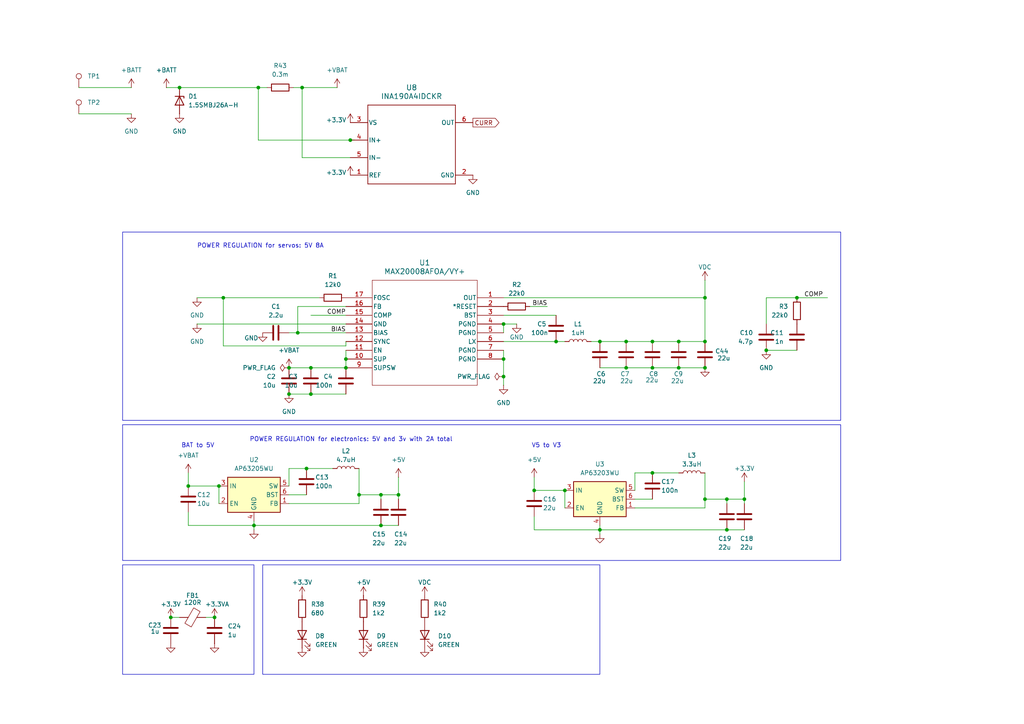
<source format=kicad_sch>
(kicad_sch (version 20231120) (generator "eeschema") (generator_version "8.0")
  (paper "A4")
  (lib_symbols
    (symbol "Connector:TestPoint" (pin_numbers hide) (pin_names (offset 0.762) hide)
      (property "Reference" "TP" (at 0 6.858 0))
      (property "Value" "TestPoint" (at 0 5.08 0))
      (symbol "TestPoint_0_1"
        (circle (center 0 3.302) (radius 0.762))
      )
      (symbol "TestPoint_1_1"
        (pin passive line (at 0 0 90) (length 2.54) (name "1") (number "1"))
      )
    )
    (symbol "Device:C" (pin_numbers hide) (pin_names (offset 0.254))
      (property "Reference" "C" (at 0.635 2.54 0))
      (property "Value" "C" (at 0.635 -2.54 0))
      (symbol "C_0_1"
        (polyline (pts (xy -2.032 -0.762) (xy 2.032 -0.762)) (stroke (width 0.508)))
        (polyline (pts (xy -2.032 0.762) (xy 2.032 0.762)) (stroke (width 0.508)))
      )
      (symbol "C_1_1"
        (pin passive line (at 0 3.81 270) (length 2.794) (name "~") (number "1"))
        (pin passive line (at 0 -3.81 90) (length 2.794) (name "~") (number "2"))
      )
    )
    (symbol "Device:D_Zener" (pin_numbers hide) (pin_names (offset 1.016) hide)
      (property "Reference" "D" (at 0 2.54 0))
      (property "Value" "D_Zener" (at 0 -2.54 0))
      (symbol "D_Zener_0_1"
        (polyline (pts (xy 1.27 0) (xy -1.27 0)))
        (polyline (pts (xy -1.27 -1.27) (xy -1.27 1.27) (xy -0.762 1.27)) (stroke (width 0.254)))
        (polyline (pts (xy 1.27 -1.27) (xy 1.27 1.27) (xy -1.27 0) (xy 1.27 -1.27)) (stroke (width 0.254)))
      )
      (symbol "D_Zener_1_1"
        (pin passive line (at -3.81 0 0) (length 2.54) (name "K") (number "1"))
        (pin passive line (at 3.81 0 180) (length 2.54) (name "A") (number "2"))
      )
    )
    (symbol "Device:FerriteBead" (pin_numbers hide) (pin_names (offset 0))
      (property "Reference" "FB" (at -3.81 0.635 90))
      (property "Value" "FerriteBead" (at 3.81 0 90))
      (symbol "FerriteBead_0_1"
        (polyline (pts (xy 0 -1.27) (xy 0 -1.2192)))
        (polyline (pts (xy 0 1.27) (xy 0 1.2954)))
        (polyline (pts (xy -2.7686 0.4064) (xy -1.7018 2.2606) (xy 2.7686 -0.3048) (xy 1.6764 -2.159) (xy -2.7686 0.4064)))
      )
      (symbol "FerriteBead_1_1"
        (pin passive line (at 0 3.81 270) (length 2.54) (name "~") (number "1"))
        (pin passive line (at 0 -3.81 90) (length 2.54) (name "~") (number "2"))
      )
    )
    (symbol "Device:L" (pin_numbers hide) (pin_names (offset 1.016) hide)
      (property "Reference" "L" (at -1.27 0 90))
      (property "Value" "L" (at 1.905 0 90))
      (symbol "L_0_1"
        (arc (start 0 -2.54) (mid 0.6323 -1.905) (end 0 -1.27))
        (arc (start 0 -1.27) (mid 0.6323 -0.635) (end 0 0))
        (arc (start 0 0) (mid 0.6323 0.635) (end 0 1.27))
        (arc (start 0 1.27) (mid 0.6323 1.905) (end 0 2.54))
      )
      (symbol "L_1_1"
        (pin passive line (at 0 3.81 270) (length 1.27) (name "1") (number "1"))
        (pin passive line (at 0 -3.81 90) (length 1.27) (name "2") (number "2"))
      )
    )
    (symbol "Device:LED" (pin_numbers hide) (pin_names (offset 1.016) hide)
      (property "Reference" "D" (at 0 2.54 0))
      (property "Value" "LED" (at 0 -2.54 0))
      (symbol "LED_0_1"
        (polyline (pts (xy -1.27 -1.27) (xy -1.27 1.27)) (stroke (width 0.254)))
        (polyline (pts (xy -1.27 0) (xy 1.27 0)))
        (polyline (pts (xy 1.27 -1.27) (xy 1.27 1.27) (xy -1.27 0) (xy 1.27 -1.27)) (stroke (width 0.254)))
        (polyline (pts (xy -3.048 -0.762) (xy -4.572 -2.286) (xy -3.81 -2.286) (xy -4.572 -2.286) (xy -4.572 -1.524)))
        (polyline (pts (xy -1.778 -0.762) (xy -3.302 -2.286) (xy -2.54 -2.286) (xy -3.302 -2.286) (xy -3.302 -1.524)))
      )
      (symbol "LED_1_1"
        (pin passive line (at -3.81 0 0) (length 2.54) (name "K") (number "1"))
        (pin passive line (at 3.81 0 180) (length 2.54) (name "A") (number "2"))
      )
    )
    (symbol "Device:R" (pin_numbers hide) (pin_names (offset 0))
      (property "Reference" "R" (at 2.032 0 90))
      (property "Value" "R" (at 0 0 90))
      (symbol "R_0_1"
        (rectangle (start -1.016 -2.54) (end 1.016 2.54) (stroke (width 0.254)))
      )
      (symbol "R_1_1"
        (pin passive line (at 0 3.81 270) (length 1.27) (name "~") (number "1"))
        (pin passive line (at 0 -3.81 90) (length 1.27) (name "~") (number "2"))
      )
    )
    (symbol "GND_1" (power) (pin_names (offset 0))
      (property "Value" "GND_1" (at 0 -3.81 0))
      (symbol "GND_1_0_1"
        (polyline (pts (xy 0 0) (xy 0 -1.27) (xy 1.27 -1.27) (xy 0 -2.54) (xy -1.27 -1.27) (xy 0 -1.27)))
      )
      (symbol "GND_1_1_1"
        (pin power_in line (at 0 0 270) (length 0) hide (name "GND") (number "1"))
      )
    )
    (symbol "GND_2" (power) (pin_numbers hide) (pin_names (offset 0) hide)
      (property "Value" "GND" (at 0 -3.81 0))
      (symbol "GND_2_0_1"
        (polyline (pts (xy 0 0) (xy 0 -1.27) (xy 1.27 -1.27) (xy 0 -2.54) (xy -1.27 -1.27) (xy 0 -1.27)))
      )
      (symbol "GND_2_1_1"
        (pin power_in line (at 0 0 270) (length 0) (name "~") (number "1"))
      )
    )
    (symbol "ProjectLibrary:INA190A4IDCKR" (pin_names (offset 0.254))
      (property "Reference" "U" (at 0 2.54 0))
      (property "Value" "INA190A4IDCKR" (at 0 0 0))
      (symbol "INA190A4IDCKR_0_1"
        (polyline (pts (xy 5.08 -17.78) (xy 30.48 -17.78)) (stroke (width 0.2032)))
        (polyline (pts (xy 5.08 5.08) (xy 5.08 -17.78)) (stroke (width 0.2032)))
        (polyline (pts (xy 30.48 -17.78) (xy 30.48 5.08)) (stroke (width 0.2032)))
        (polyline (pts (xy 30.48 5.08) (xy 5.08 5.08)) (stroke (width 0.2032)))
        (pin unspecified line (at 0 -15.24 0) (length 5.08) (name "REF") (number "1"))
        (pin power_in line (at 35.56 -15.24 180) (length 5.08) (name "GND") (number "2"))
        (pin power_in line (at 0 0 0) (length 5.08) (name "VS") (number "3"))
        (pin tri_state line (at 0 -5.08 0) (length 5.08) (name "IN+") (number "4"))
        (pin tri_state line (at 0 -10.16 0) (length 5.08) (name "IN-") (number "5"))
        (pin unspecified line (at 35.56 0 180) (length 5.08) (name "OUT") (number "6"))
      )
    )
    (symbol "ProjectLibrary:MAX20008AFOC_VY+T" (pin_names (offset 0.254))
      (property "Reference" "U" (at 22.86 10.16 0))
      (property "Value" "MAX20008AFOC/VY+T" (at 22.86 7.62 0))
      (symbol "MAX20008AFOC_VY+T_0_1"
        (polyline (pts (xy 7.62 -25.4) (xy 38.1 -25.4)) (stroke (width 0.127)))
        (polyline (pts (xy 7.62 5.08) (xy 7.62 -25.4)) (stroke (width 0.127)))
        (polyline (pts (xy 38.1 -25.4) (xy 38.1 5.08)) (stroke (width 0.127)))
        (polyline (pts (xy 38.1 5.08) (xy 7.62 5.08)) (stroke (width 0.127)))
        (pin input line (at 45.72 -17.78 180) (length 7.62) (name "SUP") (number "10"))
        (pin input line (at 45.72 -15.24 180) (length 7.62) (name "EN") (number "11"))
        (pin unspecified line (at 45.72 -12.7 180) (length 7.62) (name "SYNC") (number "12"))
        (pin output line (at 45.72 -10.16 180) (length 7.62) (name "BIAS") (number "13"))
        (pin power_in line (at 45.72 -7.62 180) (length 7.62) (name "GND") (number "14"))
        (pin output line (at 45.72 -5.08 180) (length 7.62) (name "COMP") (number "15"))
        (pin input line (at 45.72 -2.54 180) (length 7.62) (name "FB") (number "16"))
        (pin input line (at 45.72 0 180) (length 7.62) (name "FOSC") (number "17"))
        (pin output line (at 0 -2.54 0) (length 7.62) (name "*RESET") (number "2"))
        (pin unspecified line (at 0 -5.08 0) (length 7.62) (name "BST") (number "3"))
        (pin power_in line (at 0 -7.62 0) (length 7.62) (name "PGND") (number "4"))
        (pin power_in line (at 0 -10.16 0) (length 7.62) (name "PGND") (number "5"))
        (pin unspecified line (at 0 -12.7 0) (length 7.62) (name "LX") (number "6"))
        (pin power_in line (at 0 -15.24 0) (length 7.62) (name "PGND") (number "7"))
        (pin power_in line (at 0 -17.78 0) (length 7.62) (name "PGND") (number "8"))
        (pin input line (at 45.72 -20.32 180) (length 7.62) (name "SUPSW") (number "9"))
      )
      (symbol "MAX20008AFOC_VY+T_1_1"
        (pin power_out line (at 0 0 0) (length 7.62) (name "OUT") (number "1"))
      )
    )
    (symbol "Regulator_Switching:AP63205WU"
      (property "Reference" "U" (at -7.62 6.35 0))
      (property "Value" "AP63205WU" (at 2.54 6.35 0))
      (symbol "AP63205WU_0_1"
        (rectangle (start -7.62 5.08) (end 7.62 -5.08) (stroke (width 0.254)) (fill (type background)))
      )
      (symbol "AP63205WU_1_1"
        (pin input line (at 10.16 -2.54 180) (length 2.54) (name "FB") (number "1"))
        (pin input line (at -10.16 -2.54 0) (length 2.54) (name "EN") (number "2"))
        (pin power_in line (at -10.16 2.54 0) (length 2.54) (name "IN") (number "3"))
        (pin power_in line (at 0 -7.62 90) (length 2.54) (name "GND") (number "4"))
        (pin output line (at 10.16 2.54 180) (length 2.54) (name "SW") (number "5"))
        (pin passive line (at 10.16 0 180) (length 2.54) (name "BST") (number "6"))
      )
    )
    (symbol "power:+3.3V" (power) (pin_names (offset 0))
      (property "Value" "+3.3V" (at 0 3.556 0))
      (symbol "+3.3V_0_1"
        (polyline (pts (xy -0.762 1.27) (xy 0 2.54)))
        (polyline (pts (xy 0 0) (xy 0 2.54)))
        (polyline (pts (xy 0 2.54) (xy 0.762 1.27)))
      )
      (symbol "+3.3V_1_1"
        (pin power_in line (at 0 0 90) (length 0) hide (name "+3.3V") (number "1"))
      )
    )
    (symbol "power:+3.3VA" (power) (pin_numbers hide) (pin_names (offset 0) hide)
      (property "Value" "+3.3VA" (at 0 3.556 0))
      (symbol "+3.3VA_0_1"
        (polyline (pts (xy -0.762 1.27) (xy 0 2.54)))
        (polyline (pts (xy 0 0) (xy 0 2.54)))
        (polyline (pts (xy 0 2.54) (xy 0.762 1.27)))
      )
      (symbol "+3.3VA_1_1"
        (pin power_in line (at 0 0 90) (length 0) (name "~") (number "1"))
      )
    )
    (symbol "power:+5V" (power) (pin_numbers hide) (pin_names (offset 0) hide)
      (property "Value" "+5V" (at 0 3.556 0))
      (symbol "+5V_0_1"
        (polyline (pts (xy -0.762 1.27) (xy 0 2.54)))
        (polyline (pts (xy 0 0) (xy 0 2.54)))
        (polyline (pts (xy 0 2.54) (xy 0.762 1.27)))
      )
      (symbol "+5V_1_1"
        (pin power_in line (at 0 0 90) (length 0) (name "~") (number "1"))
      )
    )
    (symbol "power:+BATT" (power) (pin_numbers hide) (pin_names (offset 0) hide)
      (property "Value" "+BATT" (at 0 3.556 0))
      (symbol "+BATT_0_1"
        (polyline (pts (xy -0.762 1.27) (xy 0 2.54)))
        (polyline (pts (xy 0 0) (xy 0 2.54)))
        (polyline (pts (xy 0 2.54) (xy 0.762 1.27)))
      )
      (symbol "+BATT_1_1"
        (pin power_in line (at 0 0 90) (length 0) (name "~") (number "1"))
      )
    )
    (symbol "power:GND" (power) (pin_numbers hide) (pin_names (offset 0) hide)
      (property "Value" "GND" (at 0 -3.81 0))
      (symbol "GND_0_1"
        (polyline (pts (xy 0 0) (xy 0 -1.27) (xy 1.27 -1.27) (xy 0 -2.54) (xy -1.27 -1.27) (xy 0 -1.27)))
      )
      (symbol "GND_1_1"
        (pin power_in line (at 0 0 270) (length 0) (name "~") (number "1"))
      )
    )
    (symbol "power:PWR_FLAG" (power) (pin_numbers hide) (pin_names (offset 0) hide)
      (property "Value" "PWR_FLAG" (at 0 3.81 0))
      (symbol "PWR_FLAG_0_0"
        (pin power_out line (at 0 0 90) (length 0) (name "~") (number "1"))
      )
      (symbol "PWR_FLAG_0_1"
        (polyline (pts (xy 0 0) (xy 0 1.27) (xy -1.016 1.905) (xy 0 2.54) (xy 1.016 1.905) (xy 0 1.27)))
      )
    )
    (symbol "power:VDC" (power) (pin_numbers hide) (pin_names (offset 0) hide)
      (property "Value" "VDC" (at 0 3.556 0))
      (symbol "VDC_0_1"
        (polyline (pts (xy -0.762 1.27) (xy 0 2.54)))
        (polyline (pts (xy 0 0) (xy 0 2.54)))
        (polyline (pts (xy 0 2.54) (xy 0.762 1.27)))
      )
      (symbol "VDC_1_1"
        (pin power_in line (at 0 0 90) (length 0) (name "~") (number "1"))
      )
    )
  )
  (junction (at 222.25 101.6))
  (junction (at 100.33 104.14))
  (junction (at 189.23 106.68))
  (junction (at 173.99 99.06))
  (junction (at 87.63 25.4))
  (junction (at 146.05 109.22))
  (junction (at 63.5 140.97))
  (junction (at 110.49 152.4))
  (junction (at 64.77 86.36))
  (junction (at 181.61 99.06))
  (junction (at 90.17 114.3))
  (junction (at 204.47 106.68))
  (junction (at 215.9 144.78))
  (junction (at 115.57 143.51))
  (junction (at 181.61 106.68))
  (junction (at 204.47 144.78))
  (junction (at 100.33 106.68))
  (junction (at 146.05 93.98))
  (junction (at 154.94 142.24))
  (junction (at 88.9 135.89))
  (junction (at 54.61 140.97))
  (junction (at 83.82 114.3))
  (junction (at 210.82 144.78))
  (junction (at 90.17 106.68))
  (junction (at 52.07 25.4))
  (junction (at 204.47 99.06))
  (junction (at 83.82 106.68))
  (junction (at 210.82 153.67))
  (junction (at 173.99 153.67))
  (junction (at 161.29 99.06))
  (junction (at 189.23 99.06))
  (junction (at 101.6 40.64))
  (junction (at 62.23 179.07))
  (junction (at 110.49 143.51))
  (junction (at 163.83 142.24))
  (junction (at 104.14 143.51))
  (junction (at 49.53 179.07))
  (junction (at 231.14 86.36))
  (junction (at 204.47 86.36))
  (junction (at 146.05 104.14))
  (junction (at 196.85 99.06))
  (junction (at 74.93 25.4))
  (junction (at 73.66 152.4))
  (junction (at 196.85 106.68))
  (junction (at 86.36 96.52))
  (junction (at 189.23 137.16))
  (wire (pts (xy 87.63 45.72) (xy 87.63 25.4)))
  (wire (pts (xy 146.05 101.6) (xy 146.05 104.14)))
  (wire (pts (xy 64.77 86.36) (xy 92.71 86.36)))
  (wire (pts (xy 73.66 152.4) (xy 73.66 153.67)))
  (wire (pts (xy 100.33 96.52) (xy 86.36 96.52)))
  (wire (pts (xy 115.57 138.43) (xy 115.57 143.51)))
  (wire (pts (xy 146.05 93.98) (xy 146.05 96.52)))
  (wire (pts (xy 63.5 140.97) (xy 63.5 146.05)))
  (wire (pts (xy 100.33 88.9) (xy 86.36 88.9)))
  (wire (pts (xy 163.83 142.24) (xy 163.83 147.32)))
  (wire (pts (xy 64.77 86.36) (xy 57.15 86.36)))
  (wire (pts (xy 154.94 149.86) (xy 154.94 153.67)))
  (wire (pts (xy 161.29 99.06) (xy 146.05 99.06)))
  (wire (pts (xy 204.47 106.68) (xy 196.85 106.68)))
  (wire (pts (xy 171.45 99.06) (xy 173.99 99.06)))
  (wire (pts (xy 54.61 140.97) (xy 63.5 140.97)))
  (wire (pts (xy 100.33 104.14) (xy 100.33 106.68)))
  (wire (pts (xy 48.26 25.4) (xy 52.07 25.4)))
  (wire (pts (xy 52.07 25.4) (xy 74.93 25.4)))
  (wire (pts (xy 83.82 135.89) (xy 88.9 135.89)))
  (wire (pts (xy 154.94 153.67) (xy 173.99 153.67)))
  (wire (pts (xy 74.93 40.64) (xy 74.93 25.4)))
  (wire (pts (xy 54.61 137.16) (xy 54.61 140.97)))
  (wire (pts (xy 163.83 99.06) (xy 161.29 99.06)))
  (wire (pts (xy 204.47 147.32) (xy 204.47 144.78)))
  (wire (pts (xy 181.61 106.68) (xy 189.23 106.68)))
  (wire (pts (xy 189.23 99.06) (xy 196.85 99.06)))
  (wire (pts (xy 215.9 144.78) (xy 215.9 146.05)))
  (wire (pts (xy 158.75 88.9) (xy 153.67 88.9)))
  (wire (pts (xy 222.25 93.98) (xy 222.25 86.36)))
  (wire (pts (xy 215.9 144.78) (xy 210.82 144.78)))
  (wire (pts (xy 64.77 100.33) (xy 64.77 86.36)))
  (wire (pts (xy 22.86 33.02) (xy 38.1 33.02)))
  (wire (pts (xy 222.25 86.36) (xy 231.14 86.36)))
  (wire (pts (xy 210.82 144.78) (xy 210.82 146.05)))
  (wire (pts (xy 73.66 152.4) (xy 110.49 152.4)))
  (wire (pts (xy 100.33 100.33) (xy 100.33 99.06)))
  (wire (pts (xy 204.47 137.16) (xy 204.47 144.78)))
  (wire (pts (xy 215.9 139.7) (xy 215.9 144.78)))
  (wire (pts (xy 74.93 25.4) (xy 77.47 25.4)))
  (wire (pts (xy 240.03 86.36) (xy 231.14 86.36)))
  (wire (pts (xy 104.14 146.05) (xy 104.14 143.51)))
  (wire (pts (xy 100.33 114.3) (xy 90.17 114.3)))
  (wire (pts (xy 154.94 138.43) (xy 154.94 142.24)))
  (wire (pts (xy 231.14 101.6) (xy 222.25 101.6)))
  (wire (pts (xy 146.05 111.76) (xy 146.05 109.22)))
  (wire (pts (xy 146.05 109.22) (xy 146.05 104.14)))
  (wire (pts (xy 59.69 179.07) (xy 62.23 179.07)))
  (wire (pts (xy 184.15 137.16) (xy 189.23 137.16)))
  (wire (pts (xy 204.47 81.28) (xy 204.47 86.36)))
  (wire (pts (xy 83.82 146.05) (xy 104.14 146.05)))
  (wire (pts (xy 100.33 100.33) (xy 64.77 100.33)))
  (wire (pts (xy 173.99 106.68) (xy 181.61 106.68)))
  (wire (pts (xy 100.33 91.44) (xy 90.17 91.44)))
  (wire (pts (xy 101.6 45.72) (xy 87.63 45.72)))
  (wire (pts (xy 22.86 25.4) (xy 38.1 25.4)))
  (wire (pts (xy 173.99 153.67) (xy 173.99 152.4)))
  (wire (pts (xy 83.82 143.51) (xy 88.9 143.51)))
  (wire (pts (xy 146.05 91.44) (xy 161.29 91.44)))
  (wire (pts (xy 100.33 93.98) (xy 57.15 93.98)))
  (wire (pts (xy 115.57 143.51) (xy 115.57 144.78)))
  (wire (pts (xy 83.82 140.97) (xy 83.82 135.89)))
  (wire (pts (xy 149.86 93.98) (xy 146.05 93.98)))
  (wire (pts (xy 181.61 99.06) (xy 189.23 99.06)))
  (wire (pts (xy 88.9 135.89) (xy 96.52 135.89)))
  (wire (pts (xy 100.33 101.6) (xy 100.33 104.14)))
  (wire (pts (xy 102.87 40.64) (xy 101.6 40.64)))
  (wire (pts (xy 184.15 144.78) (xy 189.23 144.78)))
  (wire (pts (xy 110.49 152.4) (xy 115.57 152.4)))
  (wire (pts (xy 184.15 142.24) (xy 184.15 137.16)))
  (wire (pts (xy 173.99 153.67) (xy 210.82 153.67)))
  (wire (pts (xy 54.61 148.59) (xy 54.61 152.4)))
  (wire (pts (xy 85.09 25.4) (xy 87.63 25.4)))
  (wire (pts (xy 73.66 152.4) (xy 73.66 151.13)))
  (wire (pts (xy 49.53 179.07) (xy 52.07 179.07)))
  (wire (pts (xy 104.14 143.51) (xy 110.49 143.51)))
  (wire (pts (xy 204.47 86.36) (xy 146.05 86.36)))
  (wire (pts (xy 173.99 99.06) (xy 181.61 99.06)))
  (wire (pts (xy 90.17 106.68) (xy 83.82 106.68)))
  (wire (pts (xy 210.82 153.67) (xy 215.9 153.67)))
  (wire (pts (xy 110.49 143.51) (xy 115.57 143.51)))
  (wire (pts (xy 87.63 25.4) (xy 97.79 25.4)))
  (wire (pts (xy 54.61 152.4) (xy 73.66 152.4)))
  (wire (pts (xy 101.6 40.64) (xy 74.93 40.64)))
  (wire (pts (xy 204.47 99.06) (xy 196.85 99.06)))
  (wire (pts (xy 110.49 143.51) (xy 110.49 144.78)))
  (wire (pts (xy 173.99 153.67) (xy 173.99 154.94)))
  (wire (pts (xy 184.15 147.32) (xy 204.47 147.32)))
  (wire (pts (xy 90.17 114.3) (xy 83.82 114.3)))
  (wire (pts (xy 104.14 135.89) (xy 104.14 143.51)))
  (wire (pts (xy 204.47 144.78) (xy 210.82 144.78)))
  (wire (pts (xy 189.23 106.68) (xy 196.85 106.68)))
  (wire (pts (xy 100.33 106.68) (xy 90.17 106.68)))
  (wire (pts (xy 154.94 142.24) (xy 163.83 142.24)))
  (wire (pts (xy 86.36 88.9) (xy 86.36 96.52)))
  (wire (pts (xy 189.23 137.16) (xy 196.85 137.16)))
  (wire (pts (xy 86.36 96.52) (xy 83.82 96.52)))
  (wire (pts (xy 204.47 86.36) (xy 204.47 99.06)))
  (rectangle (start 35.56 123.19) (end 243.84 162.56))
  (rectangle (start 35.56 163.83) (end 73.66 195.58))
  (rectangle (start 76.2 163.83) (end 173.99 195.58))
  (rectangle (start 35.56 67.31) (end 243.84 121.92))
  (text "POWER REGULATION for electronics: 5V and 3v with 2A total" (at 72.39 128.27 0) (effects (font (size 1.27 1.27)) (justify left bottom)))
  (text "V5 to V3" (at 154.178 130.048 0) (effects (font (size 1.27 1.27)) (justify left bottom)))
  (text "POWER REGULATION for servos: 5V 8A" (at 57.15 72.136 0) (effects (font (size 1.27 1.27)) (justify left bottom)))
  (text "BAT to 5V" (at 52.578 130.048 0) (effects (font (size 1.27 1.27)) (justify left bottom)))
  (label "COMP" (at 100.33 91.44 180))
  (label "COMP" (at 238.76 86.36 180))
  (label "BIAS" (at 100.33 96.52 180))
  (label "BIAS" (at 158.75 88.9 180))
  (global_label "CURR" (shape output) (at 137.16 35.56 0) (property "Intersheetrefs" "${INTERSHEET_REFS}" (effects (hide yes))))
  (symbol (lib_id "power:VDC") (at 123.19 172.72 0) (mirror y) (unit 1)
    (property "Reference" "#PWR098" (effects (hide yes)))
    (property "Value" "VDC" (at 123.19 168.91 0))
    (property "Description" "Power symbol creates a global label with name \"VDC\"" (effects (hide yes)))
  )
  (symbol (lib_id "Device:R") (at 87.63 176.53 0) (unit 1)
    (property "Reference" "R38" (at 90.17 175.2599 0) (effects (justify left)))
    (property "Value" "680" (at 90.17 177.7999 0) (effects (justify left)))
    (property "Footprint" "Resistor_SMD:R_0402_1005Metric" (effects (hide yes)))
    (property "Description" "Resistor" (effects (hide yes)))
    (property "Manufacturer" "YAGEO" (effects (hide yes)))
    (property "Part Number" "RC0402FR-13680RL" (effects (hide yes)))
  )
  (symbol (lib_id "Device:C") (at 173.99 102.87 0) (mirror y) (unit 1)
    (property "Reference" "C6" (at 172.974 108.458 0) (effects (justify right)))
    (property "Value" "22u" (at 171.958 110.49 0) (effects (justify right)))
    (property "Footprint" "Capacitor_SMD:C_0805_2012Metric" (effects (hide yes)))
    (property "Description" "Unpolarized capacitor" (effects (hide yes)))
    (property "Manufacturer" "Samsung" (effects (hide yes)))
    (property "Part Number" "CL21A226MAYNNNE" (effects (hide yes)))
    (property "Voltage" "25" (effects (hide yes)))
  )
  (symbol (lib_id "power:+3.3V") (at 101.6 35.56 0) (unit 1)
    (property "Reference" "#PWR0101" (effects (hide yes)))
    (property "Value" "+3.3V" (at 97.536 34.798 0))
  )
  (symbol (lib_id "Device:LED") (at 105.41 184.15 90) (unit 1)
    (property "Reference" "D9" (at 109.22 184.4674 90) (effects (justify right)))
    (property "Value" "GREEN" (at 109.22 187.0074 90) (effects (justify right)))
    (property "Footprint" "LED_SMD:LED_0603_1608Metric" (effects (hide yes)))
    (property "Description" "Light emitting diode" (effects (hide yes)))
    (property "Manufacturer" "Lite-On" (effects (hide yes)))
    (property "Part Number" "LTST-C191GKT" (effects (hide yes)))
    (property "Voltage" "2" (effects (hide yes)))
  )
  (symbol (lib_id "Device:C") (at 83.82 110.49 0) (mirror y) (unit 1)
    (property "Reference" "C2" (at 80.01 109.2199 0) (effects (justify left)))
    (property "Value" "10u" (at 80.01 111.7599 0) (effects (justify left)))
    (property "Footprint" "Capacitor_SMD:C_0805_2012Metric" (effects (hide yes)))
    (property "Description" "Unpolarized capacitor" (effects (hide yes)))
    (property "Manufacturer" "Murata" (effects (hide yes)))
    (property "Part Number" "GRM21BR61H106KE43L" (effects (hide yes)))
    (property "Voltage" "50" (effects (hide yes)))
  )
  (symbol (lib_id "Device:C") (at 189.23 102.87 0) (mirror y) (unit 1)
    (property "Reference" "C8" (at 188.214 108.458 0) (effects (justify right)))
    (property "Value" "22u" (at 187.198 110.236 0) (effects (justify right)))
    (property "Footprint" "Capacitor_SMD:C_0805_2012Metric" (effects (hide yes)))
    (property "Description" "Unpolarized capacitor" (effects (hide yes)))
    (property "Manufacturer" "Samsung" (effects (hide yes)))
    (property "Part Number" "CL21A226MAYNNNE" (effects (hide yes)))
    (property "Voltage" "25" (effects (hide yes)))
  )
  (symbol (lib_id "Device:C") (at 80.01 96.52 270) (mirror x) (unit 1)
    (property "Reference" "C1" (at 80.01 88.9 90))
    (property "Value" "2.2u" (at 80.01 91.44 90))
    (property "Footprint" "Capacitor_SMD:C_0402_1005Metric" (effects (hide yes)))
    (property "Description" "Unpolarized capacitor" (effects (hide yes)))
    (property "Manufacturer" "YAGEO" (effects (hide yes)))
    (property "Part Number" "CC0402KRX5R7BB225 " (effects (hide yes)))
    (property "Voltage" "16" (effects (hide yes)))
  )
  (symbol (lib_id "power:GND") (at 57.15 93.98 0) (mirror y) (unit 1)
    (property "Reference" "#PWR02" (effects (hide yes)))
    (property "Value" "GND" (at 57.15 99.06 0))
    (property "Description" "Power symbol creates a global label with name \"GND\" , ground" (effects (hide yes)))
  )
  (symbol (lib_id "Device:C") (at 54.61 144.78 0) (unit 1)
    (property "Reference" "C12" (at 57.15 143.51 0) (effects (justify left)))
    (property "Value" "10u" (at 57.15 146.05 0) (effects (justify left)))
    (property "Footprint" "Capacitor_SMD:C_0805_2012Metric" (effects (hide yes)))
    (property "Part Number" "GRM21BR61H106KE43L" (effects (hide yes)))
    (property "Voltage" "50" (effects (hide yes)))
    (property "MANUFACTURER" "Murata" (effects (hide yes)))
    (property "Manufacturer" "Murata" (effects (hide yes)))
  )
  (symbol (lib_id "power:PWR_FLAG") (at 146.05 109.22 90) (mirror x) (unit 1)
    (property "Reference" "#FLG02" (effects (hide yes)))
    (property "Value" "PWR_FLAG" (at 142.24 109.2199 90) (effects (justify left)))
    (property "Description" "Special symbol for telling ERC where power comes from" (effects (hide yes)))
  )
  (symbol (lib_id "Device:R") (at 105.41 176.53 0) (unit 1)
    (property "Reference" "R39" (at 107.95 175.2599 0) (effects (justify left)))
    (property "Value" "1k2" (at 107.95 177.7999 0) (effects (justify left)))
    (property "Footprint" "Resistor_SMD:R_0402_1005Metric" (effects (hide yes)))
    (property "Description" "Resistor" (effects (hide yes)))
    (property "Manufacturer" "YAGEO" (effects (hide yes)))
    (property "Part Number" "RC0402FR-131K2L " (effects (hide yes)))
  )
  (symbol (lib_id "Device:C") (at 110.49 148.59 0) (unit 1)
    (property "Reference" "C14" (at 114.3 154.94 0) (effects (justify left)))
    (property "Value" "22u" (at 114.3 157.48 0) (effects (justify left)))
    (property "Footprint" "Capacitor_SMD:C_0805_2012Metric" (effects (hide yes)))
    (property "Part Number" "CL21A226MAYNNNE" (effects (hide yes)))
    (property "Voltage" "25" (effects (hide yes)))
    (property "MANUFACTURER" "YAGEO" (effects (hide yes)))
    (property "Manufacturer" "Samsung" (effects (hide yes)))
  )
  (symbol (lib_id "Device:FerriteBead") (at 55.88 179.07 90) (unit 1)
    (property "Reference" "FB1" (at 55.88 172.72 90))
    (property "Value" "120R" (at 55.88 174.752 90))
    (property "Footprint" "Inductor_SMD:L_0603_1608Metric" (effects (hide yes)))
    (property "Amps" "2" (effects (hide yes)))
    (property "Part Number" "MI0603M121R-10" (effects (hide yes)))
    (property "Manufacturer" "Laird" (effects (hide yes)))
  )
  (symbol (lib_name "GND_2") (lib_id "power:GND") (at 123.19 187.96 0) (unit 1)
    (property "Reference" "#PWR097" (effects (hide yes)))
    (property "Value" "GND" (effects (hide yes)))
    (property "Description" "Power symbol creates a global label with name \"GND\" , ground" (effects (hide yes)))
  )
  (symbol (lib_id "power:+3.3V") (at 101.6 50.8 0) (unit 1)
    (property "Reference" "#PWR0102" (effects (hide yes)))
    (property "Value" "+3.3V" (at 97.536 50.038 0))
  )
  (symbol (lib_id "power:+BATT") (at 83.82 106.68 0) (mirror y) (unit 1)
    (property "Reference" "#PWR08" (effects (hide yes)))
    (property "Value" "+VBAT" (at 83.82 101.6 0))
    (property "Description" "Power symbol creates a global label with name \"+BATT\"" (effects (hide yes)))
  )
  (symbol (lib_id "Device:C") (at 100.33 110.49 0) (mirror y) (unit 1)
    (property "Reference" "C4" (at 96.52 109.2199 0) (effects (justify left)))
    (property "Value" "100n" (at 96.52 111.7599 0) (effects (justify left)))
    (property "Footprint" "Capacitor_SMD:C_0402_1005Metric" (effects (hide yes)))
    (property "Description" "Unpolarized capacitor" (effects (hide yes)))
    (property "Manufacturer" "YAGEO" (effects (hide yes)))
    (property "Part Number" "CC0402KRX5R7BB104" (effects (hide yes)))
    (property "Voltage" "16" (effects (hide yes)))
  )
  (symbol (lib_id "Device:C") (at 49.53 182.88 0) (unit 1)
    (property "Reference" "C23" (at 42.926 181.356 0) (effects (justify left)))
    (property "Value" "1u" (at 43.688 183.134 0) (effects (justify left)))
    (property "Footprint" "Capacitor_SMD:C_0603_1608Metric" (effects (hide yes)))
    (property "Part Number" "CC0603KRX5R9BB105" (effects (hide yes)))
    (property "Voltage" "50" (effects (hide yes)))
    (property "Tolerance" "10%" (effects (hide yes)))
    (property "Manufacturer" "YAGEO" (effects (hide yes)))
  )
  (symbol (lib_id "Device:C") (at 204.47 102.87 0) (mirror y) (unit 1)
    (property "Reference" "C44" (at 211.328 101.854 0) (effects (justify left)))
    (property "Value" "22u" (at 211.836 103.886 0) (effects (justify left)))
    (property "Footprint" "Capacitor_SMD:C_0805_2012Metric" (effects (hide yes)))
    (property "Description" "Unpolarized capacitor" (effects (hide yes)))
    (property "Manufacturer" "Samsung" (effects (hide yes)))
    (property "Part Number" "CL21A226MAYNNNE" (effects (hide yes)))
    (property "Voltage" "25" (effects (hide yes)))
  )
  (symbol (lib_name "GND_1") (lib_id "power:GND") (at 73.66 153.67 0) (unit 1)
    (property "Reference" "#PWR033" (effects (hide yes)))
    (property "Value" "GND" (effects (hide yes)))
  )
  (symbol (lib_id "Device:L") (at 167.64 99.06 270) (mirror x) (unit 1)
    (property "Reference" "L1" (at 167.64 93.98 90))
    (property "Value" "1uH" (at 167.64 96.52 90))
    (property "Footprint" "ProjectLibrary:SRP6540-1R0M" (effects (hide yes)))
    (property "Description" "Inductor" (effects (hide yes)))
    (property "Manufacturer" "Bourns" (effects (hide yes)))
    (property "Part Number" "SRP6540-1R0M " (effects (hide yes)))
  )
  (symbol (lib_id "Device:C") (at 62.23 182.88 0) (unit 1)
    (property "Reference" "C24" (at 66.04 181.61 0) (effects (justify left)))
    (property "Value" "1u" (at 66.04 184.15 0) (effects (justify left)))
    (property "Footprint" "Capacitor_SMD:C_0603_1608Metric" (effects (hide yes)))
    (property "Part Number" "CC0603KRX5R9BB105" (effects (hide yes)))
    (property "Voltage" "50" (effects (hide yes)))
    (property "Tolerance" "10%" (effects (hide yes)))
    (property "Manufacturer" "YAGEO" (effects (hide yes)))
  )
  (symbol (lib_id "power:GND") (at 222.25 101.6 0) (mirror y) (unit 1)
    (property "Reference" "#PWR027" (effects (hide yes)))
    (property "Value" "GND" (at 222.25 106.68 0))
    (property "Description" "Power symbol creates a global label with name \"GND\" , ground" (effects (hide yes)))
  )
  (symbol (lib_id "Device:C") (at 210.82 149.86 0) (unit 1)
    (property "Reference" "C18" (at 214.63 156.21 0) (effects (justify left)))
    (property "Value" "22u" (at 214.63 158.75 0) (effects (justify left)))
    (property "Footprint" "Capacitor_SMD:C_0805_2012Metric" (effects (hide yes)))
    (property "Part Number" "CL21A226MAYNNNE" (effects (hide yes)))
    (property "Voltage" "25" (effects (hide yes)))
    (property "MANUFACTURER" "YAGEO" (effects (hide yes)))
    (property "Manufacturer" "Samsung" (effects (hide yes)))
  )
  (symbol (lib_id "power:GND") (at 52.07 33.02 0) (mirror y) (unit 1)
    (property "Reference" "#PWR07" (effects (hide yes)))
    (property "Value" "GND" (at 52.07 38.1 0))
    (property "Description" "Power symbol creates a global label with name \"GND\" , ground" (effects (hide yes)))
  )
  (symbol (lib_id "Device:D_Zener") (at 52.07 29.21 270) (unit 1)
    (property "Reference" "D1" (at 54.61 27.9399 90) (effects (justify left)))
    (property "Value" "1.5SMBJ26A-H " (at 54.61 30.4799 90) (effects (justify left)))
    (property "Footprint" "Diode_SMD:D_SMB" (effects (hide yes)))
    (property "Description" "Zener diode" (effects (hide yes)))
    (property "Manufacturer" "Bournes" (effects (hide yes)))
    (property "Part Number" "1.5SMBJ26A-H " (effects (hide yes)))
    (property "Voltage" "42" (effects (hide yes)))
    (property "Amps" "35" (effects (hide yes)))
  )
  (symbol (lib_id "power:+5V") (at 105.41 172.72 0) (unit 1)
    (property "Reference" "#PWR094" (effects (hide yes)))
    (property "Value" "+5V" (at 105.41 168.91 0))
    (property "Description" "Power symbol creates a global label with name \"+5V\"" (effects (hide yes)))
  )
  (symbol (lib_id "power:+3.3V") (at 215.9 139.7 0) (unit 1)
    (property "Reference" "#PWR041" (effects (hide yes)))
    (property "Value" "+3.3V" (at 215.9 135.89 0))
  )
  (symbol (lib_id "Device:L") (at 200.66 137.16 90) (unit 1)
    (property "Reference" "L3" (at 200.66 132.08 90))
    (property "Value" "3.3uH" (at 200.66 134.62 90))
    (property "Footprint" "Inductor_SMD:L_1210_3225Metric" (effects (hide yes)))
    (property "Part Number" "DFE322512F-3R3M=P2" (effects (hide yes)))
    (property "Current" "2" (effects (hide yes)))
    (property "MANUFACTURER" "Murata" (effects (hide yes)))
    (property "Manufacturer" "Murata" (effects (hide yes)))
  )
  (symbol (lib_id "power:+3.3VA") (at 62.23 179.07 0) (unit 1)
    (property "Reference" "#PWR039" (effects (hide yes)))
    (property "Value" "+3.3VA" (at 62.992 175.26 0))
    (property "Description" "Power symbol creates a global label with name \"+3.3VA\"" (effects (hide yes)))
  )
  (symbol (lib_id "Device:C") (at 215.9 149.86 0) (unit 1)
    (property "Reference" "C19" (at 208.28 156.21 0) (effects (justify left)))
    (property "Value" "22u" (at 208.28 158.75 0) (effects (justify left)))
    (property "Footprint" "Capacitor_SMD:C_0805_2012Metric" (effects (hide yes)))
    (property "Part Number" "CL21A226MAYNNNE" (effects (hide yes)))
    (property "Voltage" "25" (effects (hide yes)))
    (property "MANUFACTURER" "YAGEO" (effects (hide yes)))
    (property "Manufacturer" "Samsung" (effects (hide yes)))
  )
  (symbol (lib_id "Device:C") (at 115.57 148.59 0) (unit 1)
    (property "Reference" "C15" (at 107.95 154.94 0) (effects (justify left)))
    (property "Value" "22u" (at 107.95 157.48 0) (effects (justify left)))
    (property "Footprint" "Capacitor_SMD:C_0805_2012Metric" (effects (hide yes)))
    (property "Part Number" "CL21A226MAYNNNE" (effects (hide yes)))
    (property "Voltage" "25" (effects (hide yes)))
    (property "MANUFACTURER" "YAGEO" (effects (hide yes)))
    (property "Manufacturer" "Samsung" (effects (hide yes)))
  )
  (symbol (lib_id "Regulator_Switching:AP63205WU") (at 173.99 144.78 0) (unit 1)
    (property "Reference" "U3" (at 173.99 134.62 0))
    (property "Value" "AP63203WU" (at 173.99 137.16 0))
    (property "Footprint" "Package_TO_SOT_SMD:TSOT-23-6" (effects (hide yes)))
    (property "Datasheet" "https://www.diodes.com/assets/Datasheets/AP63200-AP63201-AP63203-AP63205.pdf" (effects (hide yes)))
    (property "Part Number" "AP63203WU-7" (effects (hide yes)))
    (property "Voltage" "5" (effects (hide yes)))
    (property "Current" "2" (effects (hide yes)))
    (property "MANUFACTURER" "Diodes" (effects (hide yes)))
    (property "Manufacturer" "Diodes" (effects (hide yes)))
  )
  (symbol (lib_id "Device:R") (at 81.28 25.4 90) (unit 1)
    (property "Reference" "R43" (at 81.28 19.05 90))
    (property "Value" "0.3m" (at 81.28 21.59 90))
    (property "Footprint" "Resistor_SMD:R_1206_3216Metric" (effects (hide yes)))
    (property "Description" "Resistor" (effects (hide yes)))
    (property "Manufacturer" "Stackpole" (effects (hide yes)))
    (property "Part Number" "HCS1206FTL300" (effects (hide yes)))
  )
  (symbol (lib_id "Device:R") (at 96.52 86.36 270) (mirror x) (unit 1)
    (property "Reference" "R1" (at 96.52 80.01 90))
    (property "Value" "12k0" (at 96.52 82.55 90))
    (property "Footprint" "Resistor_SMD:R_0402_1005Metric" (effects (hide yes)))
    (property "Description" "Resistor" (effects (hide yes)))
    (property "Manufacturer" "YAGEO" (effects (hide yes)))
    (property "Part Number" "RC0402FR-0712KL" (effects (hide yes)))
  )
  (symbol (lib_id "Connector:TestPoint") (at 22.86 25.4 0) (unit 1) (in_bom no)
    (property "Reference" "TP1" (at 25.4 22.0979 0) (effects (justify left)))
    (property "Value" "TestPoint" (effects (hide yes)))
    (property "Footprint" "ProjectLibrary:TestPoint_THTPad_6.0x6.0mm_Drill1.0mm" (effects (hide yes)))
    (property "Description" "test point" (effects (hide yes)))
  )
  (symbol (lib_id "power:GND") (at 38.1 33.02 0) (mirror y) (unit 1)
    (property "Reference" "#PWR04" (effects (hide yes)))
    (property "Value" "GND" (at 38.1 38.1 0))
    (property "Description" "Power symbol creates a global label with name \"GND\" , ground" (effects (hide yes)))
  )
  (symbol (lib_id "Device:L") (at 100.33 135.89 90) (unit 1)
    (property "Reference" "L2" (at 100.33 130.81 90))
    (property "Value" "4.7uH" (at 100.33 133.35 90))
    (property "Footprint" "Inductor_SMD:L_1210_3225Metric" (effects (hide yes)))
    (property "Part Number" "DFE322520FD-4R7M=P2" (effects (hide yes)))
    (property "Current" "2" (effects (hide yes)))
    (property "MANUFACTURER" "Murata" (effects (hide yes)))
    (property "Manufacturer" "Murata" (effects (hide yes)))
  )
  (symbol (lib_id "Device:LED") (at 87.63 184.15 90) (unit 1)
    (property "Reference" "D8" (at 91.44 184.4674 90) (effects (justify right)))
    (property "Value" "GREEN" (at 91.44 187.0074 90) (effects (justify right)))
    (property "Footprint" "LED_SMD:LED_0603_1608Metric" (effects (hide yes)))
    (property "Description" "Light emitting diode" (effects (hide yes)))
    (property "Manufacturer" "Lite-On" (effects (hide yes)))
    (property "Part Number" "LTST-C191GKT" (effects (hide yes)))
    (property "Voltage" "2" (effects (hide yes)))
  )
  (symbol (lib_id "Device:C") (at 88.9 139.7 0) (unit 1)
    (property "Reference" "C13" (at 91.44 138.43 0) (effects (justify left)))
    (property "Value" "100n" (at 91.44 140.97 0) (effects (justify left)))
    (property "Footprint" "Capacitor_SMD:C_0402_1005Metric" (effects (hide yes)))
    (property "Part Number" "CC0402KRX5R7BB104" (effects (hide yes)))
    (property "Voltage" "16" (effects (hide yes)))
    (property "MANUFACTURER" "Murata" (effects (hide yes)))
    (property "Manufacturer" "YAGEO" (effects (hide yes)))
  )
  (symbol (lib_id "Device:C") (at 196.85 102.87 0) (mirror y) (unit 1)
    (property "Reference" "C9" (at 198.12 108.458 0) (effects (justify left)))
    (property "Value" "22u" (at 198.374 110.49 0) (effects (justify left)))
    (property "Footprint" "Capacitor_SMD:C_0805_2012Metric" (effects (hide yes)))
    (property "Description" "Unpolarized capacitor" (effects (hide yes)))
    (property "Manufacturer" "Samsung" (effects (hide yes)))
    (property "Part Number" "CL21A226MAYNNNE" (effects (hide yes)))
    (property "Voltage" "25" (effects (hide yes)))
  )
  (symbol (lib_name "GND_2") (lib_id "power:GND") (at 105.41 187.96 0) (unit 1)
    (property "Reference" "#PWR095" (effects (hide yes)))
    (property "Value" "GND" (effects (hide yes)))
    (property "Description" "Power symbol creates a global label with name \"GND\" , ground" (effects (hide yes)))
  )
  (symbol (lib_id "power:+5V") (at 154.94 138.43 0) (unit 1)
    (property "Reference" "#PWR035" (effects (hide yes)))
    (property "Value" "+5V" (at 154.94 133.35 0))
    (property "Description" "Power symbol creates a global label with name \"+5V\"" (effects (hide yes)))
  )
  (symbol (lib_name "GND_1") (lib_id "power:GND") (at 173.99 154.94 0) (unit 1)
    (property "Reference" "#PWR040" (effects (hide yes)))
    (property "Value" "GND" (effects (hide yes)))
  )
  (symbol (lib_id "power:+BATT") (at 48.26 25.4 0) (mirror y) (unit 1)
    (property "Reference" "#PWR06" (effects (hide yes)))
    (property "Value" "+BATT" (at 48.26 20.32 0))
    (property "Description" "Power symbol creates a global label with name \"+BATT\"" (effects (hide yes)))
  )
  (symbol (lib_id "Device:R") (at 149.86 88.9 270) (mirror x) (unit 1)
    (property "Reference" "R2" (at 149.86 82.55 90))
    (property "Value" "22k0" (at 149.86 85.09 90))
    (property "Footprint" "Resistor_SMD:R_0402_1005Metric" (effects (hide yes)))
    (property "Description" "Resistor" (effects (hide yes)))
    (property "Manufacturer" "YAGEO" (effects (hide yes)))
    (property "Part Number" "RC0402FR-0722KL" (effects (hide yes)))
  )
  (symbol (lib_id "power:+3.3V") (at 87.63 172.72 0) (unit 1)
    (property "Reference" "#PWR092" (effects (hide yes)))
    (property "Value" "+3.3V" (at 87.63 168.91 0))
  )
  (symbol (lib_id "Device:C") (at 90.17 110.49 0) (mirror y) (unit 1)
    (property "Reference" "C3" (at 86.36 109.2199 0) (effects (justify left)))
    (property "Value" "10u" (at 86.36 111.7599 0) (effects (justify left)))
    (property "Footprint" "Capacitor_SMD:C_0805_2012Metric" (effects (hide yes)))
    (property "Description" "Unpolarized capacitor" (effects (hide yes)))
    (property "Manufacturer" "Murata" (effects (hide yes)))
    (property "Part Number" "GRM21BR61H106KE43L" (effects (hide yes)))
    (property "Voltage" "50" (effects (hide yes)))
  )
  (symbol (lib_id "Regulator_Switching:AP63205WU") (at 73.66 143.51 0) (unit 1)
    (property "Reference" "U2" (at 73.66 133.35 0))
    (property "Value" "AP63205WU" (at 73.66 135.89 0))
    (property "Footprint" "Package_TO_SOT_SMD:TSOT-23-6" (effects (hide yes)))
    (property "Datasheet" "https://www.diodes.com/assets/Datasheets/AP63200-AP63201-AP63203-AP63205.pdf" (effects (hide yes)))
    (property "Part Number" "AP63205WU-7" (effects (hide yes)))
    (property "Voltage" "3" (effects (hide yes)))
    (property "Current" "2" (effects (hide yes)))
    (property "MANUFACTURER" "Diodes" (effects (hide yes)))
    (property "Manufacturer" "Diodes" (effects (hide yes)))
  )
  (symbol (lib_id "Device:R") (at 123.19 176.53 0) (unit 1)
    (property "Reference" "R40" (at 125.73 175.2599 0) (effects (justify left)))
    (property "Value" "1k2" (at 125.73 177.7999 0) (effects (justify left)))
    (property "Footprint" "Resistor_SMD:R_0402_1005Metric" (effects (hide yes)))
    (property "Description" "Resistor" (effects (hide yes)))
    (property "Manufacturer" "YAGEO" (effects (hide yes)))
    (property "Part Number" "RC0402FR-131K2L " (effects (hide yes)))
  )
  (symbol (lib_id "power:GND") (at 137.16 50.8 0) (mirror y) (unit 1)
    (property "Reference" "#PWR0100" (effects (hide yes)))
    (property "Value" "GND" (at 137.16 55.88 0))
    (property "Description" "Power symbol creates a global label with name \"GND\" , ground" (effects (hide yes)))
  )
  (symbol (lib_id "Device:LED") (at 123.19 184.15 90) (unit 1)
    (property "Reference" "D10" (at 127 184.4674 90) (effects (justify right)))
    (property "Value" "GREEN" (at 127 187.0074 90) (effects (justify right)))
    (property "Footprint" "LED_SMD:LED_0603_1608Metric" (effects (hide yes)))
    (property "Description" "Light emitting diode" (effects (hide yes)))
    (property "Manufacturer" "Lite-On" (effects (hide yes)))
    (property "Part Number" "LTST-C191GKT" (effects (hide yes)))
    (property "Voltage" "2" (effects (hide yes)))
  )
  (symbol (lib_id "Device:C") (at 222.25 97.79 0) (mirror y) (unit 1)
    (property "Reference" "C10" (at 218.44 96.5199 0) (effects (justify left)))
    (property "Value" "4.7p" (at 218.44 99.0599 0) (effects (justify left)))
    (property "Footprint" "Capacitor_SMD:C_0402_1005Metric" (effects (hide yes)))
    (property "Description" "Unpolarized capacitor" (effects (hide yes)))
    (property "Manufacturer" "Murata" (effects (hide yes)))
    (property "Part Number" "GRM1555C1H4R7CA01D" (effects (hide yes)))
    (property "Voltage" "50" (effects (hide yes)))
  )
  (symbol (lib_id "power:GND") (at 83.82 114.3 0) (mirror y) (unit 1)
    (property "Reference" "#PWR09" (effects (hide yes)))
    (property "Value" "GND" (at 83.82 119.38 0))
    (property "Description" "Power symbol creates a global label with name \"GND\" , ground" (effects (hide yes)))
  )
  (symbol (lib_id "power:GND") (at 57.15 86.36 0) (mirror y) (unit 1)
    (property "Reference" "#PWR01" (effects (hide yes)))
    (property "Value" "GND" (at 57.15 91.44 0))
    (property "Description" "Power symbol creates a global label with name \"GND\" , ground" (effects (hide yes)))
  )
  (symbol (lib_id "Device:C") (at 189.23 140.97 0) (unit 1)
    (property "Reference" "C17" (at 191.77 139.7 0) (effects (justify left)))
    (property "Value" "100n" (at 191.77 142.24 0) (effects (justify left)))
    (property "Footprint" "Capacitor_SMD:C_0402_1005Metric" (effects (hide yes)))
    (property "Part Number" "CC0402KRX5R7BB104" (effects (hide yes)))
    (property "Voltage" "16" (effects (hide yes)))
    (property "MANUFACTURER" "Murata" (effects (hide yes)))
    (property "Manufacturer" "YAGEO" (effects (hide yes)))
  )
  (symbol (lib_id "power:GND") (at 146.05 111.76 0) (mirror y) (unit 1)
    (property "Reference" "#PWR023" (effects (hide yes)))
    (property "Value" "GND" (at 146.05 116.84 0))
    (property "Description" "Power symbol creates a global label with name \"GND\" , ground" (effects (hide yes)))
  )
  (symbol (lib_id "power:GND") (at 204.47 106.68 0) (mirror y) (unit 1)
    (property "Reference" "#PWR026" (effects (hide yes)))
    (property "Value" "GND" (effects (hide yes)))
    (property "Description" "Power symbol creates a global label with name \"GND\" , ground" (effects (hide yes)))
  )
  (symbol (lib_id "Device:R") (at 231.14 90.17 0) (mirror y) (unit 1)
    (property "Reference" "R3" (at 228.6 88.8999 0) (effects (justify left)))
    (property "Value" "22k0" (at 228.6 91.4399 0) (effects (justify left)))
    (property "Footprint" "Resistor_SMD:R_0402_1005Metric" (effects (hide yes)))
    (property "Description" "Resistor" (effects (hide yes)))
    (property "Manufacturer" "YAGEO" (effects (hide yes)))
    (property "Part Number" "RC0402FR-0722KL" (effects (hide yes)))
  )
  (symbol (lib_id "ProjectLibrary:INA190A4IDCKR") (at 101.6 35.56 0) (unit 1)
    (property "Reference" "U8" (at 119.38 25.4 0) (effects (font (size 1.524 1.524))))
    (property "Value" "INA190A4IDCKR" (at 119.38 27.94 0) (effects (font (size 1.524 1.524))))
    (property "Footprint" "ProjectLibrary:DCK0006A-MFG" (effects (hide yes)))
    (property "Datasheet" "INA190A4IDCKR" (effects (hide yes)))
    (property "Manufacturer" "TI" (effects (hide yes)))
    (property "Part Number" "INA190A4IDCKR" (effects (hide yes)))
  )
  (symbol (lib_id "power:VDC") (at 204.47 81.28 0) (mirror y) (unit 1)
    (property "Reference" "#PWR025" (effects (hide yes)))
    (property "Value" "VDC" (at 204.47 77.47 0))
    (property "Description" "Power symbol creates a global label with name \"VDC\"" (effects (hide yes)))
  )
  (symbol (lib_id "Device:C") (at 161.29 95.25 0) (mirror y) (unit 1)
    (property "Reference" "C5" (at 158.496 93.98 0) (effects (justify left)))
    (property "Value" "100n" (at 159.004 96.52 0) (effects (justify left)))
    (property "Footprint" "Capacitor_SMD:C_0402_1005Metric" (effects (hide yes)))
    (property "Description" "Unpolarized capacitor" (effects (hide yes)))
    (property "Manufacturer" "YAGEO" (effects (hide yes)))
    (property "Part Number" "CC0402KRX5R7BB104" (effects (hide yes)))
    (property "Voltage" "16" (effects (hide yes)))
  )
  (symbol (lib_name "GND_2") (lib_id "power:GND") (at 49.53 186.69 0) (unit 1)
    (property "Reference" "#PWR038" (effects (hide yes)))
    (property "Value" "GND" (effects (hide yes)))
    (property "Description" "Power symbol creates a global label with name \"GND\" , ground" (effects (hide yes)))
  )
  (symbol (lib_id "power:+BATT") (at 97.79 25.4 0) (mirror y) (unit 1)
    (property "Reference" "#PWR010" (effects (hide yes)))
    (property "Value" "+VBAT" (at 97.79 20.32 0))
    (property "Description" "Power symbol creates a global label with name \"+BATT\"" (effects (hide yes)))
  )
  (symbol (lib_id "power:GND") (at 149.86 93.98 0) (mirror y) (unit 1)
    (property "Reference" "#PWR024" (effects (hide yes)))
    (property "Value" "GND" (at 149.86 97.79 0))
    (property "Description" "Power symbol creates a global label with name \"GND\" , ground" (effects (hide yes)))
  )
  (symbol (lib_id "Device:C") (at 154.94 146.05 0) (unit 1)
    (property "Reference" "C16" (at 157.48 144.78 0) (effects (justify left)))
    (property "Value" "22u" (at 157.48 147.32 0) (effects (justify left)))
    (property "Footprint" "Capacitor_SMD:C_0805_2012Metric" (effects (hide yes)))
    (property "Part Number" "CL21A226MAYNNNE" (effects (hide yes)))
    (property "Voltage" "25" (effects (hide yes)))
    (property "MANUFACTURER" "Murata" (effects (hide yes)))
    (property "Manufacturer" "Samsung" (effects (hide yes)))
  )
  (symbol (lib_id "power:+5V") (at 115.57 138.43 0) (unit 1)
    (property "Reference" "#PWR034" (effects (hide yes)))
    (property "Value" "+5V" (at 115.57 133.35 0))
    (property "Description" "Power symbol creates a global label with name \"+5V\"" (effects (hide yes)))
  )
  (symbol (lib_id "power:+3.3V") (at 49.53 179.07 0) (unit 1)
    (property "Reference" "#PWR037" (effects (hide yes)))
    (property "Value" "+3.3V" (at 49.53 175.26 0))
  )
  (symbol (lib_name "GND_2") (lib_id "power:GND") (at 87.63 187.96 0) (unit 1)
    (property "Reference" "#PWR093" (effects (hide yes)))
    (property "Value" "GND" (effects (hide yes)))
    (property "Description" "Power symbol creates a global label with name \"GND\" , ground" (effects (hide yes)))
  )
  (symbol (lib_id "Device:C") (at 181.61 102.87 0) (mirror y) (unit 1)
    (property "Reference" "C7" (at 182.626 108.458 0) (effects (justify left)))
    (property "Value" "22u" (at 183.642 110.49 0) (effects (justify left)))
    (property "Footprint" "Capacitor_SMD:C_0805_2012Metric" (effects (hide yes)))
    (property "Description" "Unpolarized capacitor" (effects (hide yes)))
    (property "Manufacturer" "Samsung" (effects (hide yes)))
    (property "Part Number" "CL21A226MAYNNNE" (effects (hide yes)))
    (property "Voltage" "25" (effects (hide yes)))
  )
  (symbol (lib_id "power:PWR_FLAG") (at 83.82 106.68 90) (mirror x) (unit 1)
    (property "Reference" "#FLG01" (effects (hide yes)))
    (property "Value" "PWR_FLAG" (at 80.01 106.6799 90) (effects (justify left)))
    (property "Description" "Special symbol for telling ERC where power comes from" (effects (hide yes)))
  )
  (symbol (lib_id "power:+BATT") (at 54.61 137.16 0) (mirror y) (unit 1)
    (property "Reference" "#PWR032" (effects (hide yes)))
    (property "Value" "+VBAT" (at 54.61 132.08 0))
    (property "Description" "Power symbol creates a global label with name \"+BATT\"" (effects (hide yes)))
  )
  (symbol (lib_id "Connector:TestPoint") (at 22.86 33.02 0) (unit 1) (in_bom no)
    (property "Reference" "TP2" (at 25.4 29.7179 0) (effects (justify left)))
    (property "Value" "TestPoint" (effects (hide yes)))
    (property "Footprint" "ProjectLibrary:TestPoint_THTPad_6.0x6.0mm_Drill1.0mm" (effects (hide yes)))
    (property "Description" "test point" (effects (hide yes)))
  )
  (symbol (lib_name "GND_2") (lib_id "power:GND") (at 62.23 186.69 0) (unit 1)
    (property "Reference" "#PWR045" (effects (hide yes)))
    (property "Value" "GND" (effects (hide yes)))
    (property "Description" "Power symbol creates a global label with name \"GND\" , ground" (effects (hide yes)))
  )
  (symbol (lib_id "power:GND") (at 76.2 96.52 0) (mirror y) (unit 1)
    (property "Reference" "#PWR05" (effects (hide yes)))
    (property "Value" "GND" (at 72.898 98.044 0))
    (property "Description" "Power symbol creates a global label with name \"GND\" , ground" (effects (hide yes)))
  )
  (symbol (lib_id "power:+BATT") (at 38.1 25.4 0) (mirror y) (unit 1)
    (property "Reference" "#PWR03" (effects (hide yes)))
    (property "Value" "+BATT" (at 38.1 20.32 0))
    (property "Description" "Power symbol creates a global label with name \"+BATT\"" (effects (hide yes)))
  )
  (symbol (lib_id "Device:C") (at 231.14 97.79 0) (mirror y) (unit 1)
    (property "Reference" "C11" (at 227.33 96.5199 0) (effects (justify left)))
    (property "Value" "1n" (at 227.33 99.0599 0) (effects (justify left)))
    (property "Footprint" "Capacitor_SMD:C_0402_1005Metric" (effects (hide yes)))
    (property "Description" "Unpolarized capacitor" (effects (hide yes)))
    (property "Manufacturer" "Murata" (effects (hide yes)))
    (property "Part Number" "GRM155R61E102KA01D" (effects (hide yes)))
  )
  (symbol (lib_id "ProjectLibrary:MAX20008AFOC_VY+T") (at 146.05 86.36 0) (mirror y) (unit 1)
    (property "Reference" "U1" (at 123.19 76.2 0) (effects (font (size 1.524 1.524))))
    (property "Value" "MAX20008AFOA/VY+" (at 123.19 78.74 0) (effects (font (size 1.524 1.524))))
    (property "Footprint" "ProjectLibrary:MAX2000x" (effects (hide yes)))
    (property "Datasheet" "MAX20008AFOC/VY+T" (effects (hide yes)))
    (property "Manufacturer" "Analog Devices" (effects (hide yes)))
    (property "Part Number" "MAX20008AFOA/VY+" (effects (hide yes)))
  )
)
</source>
